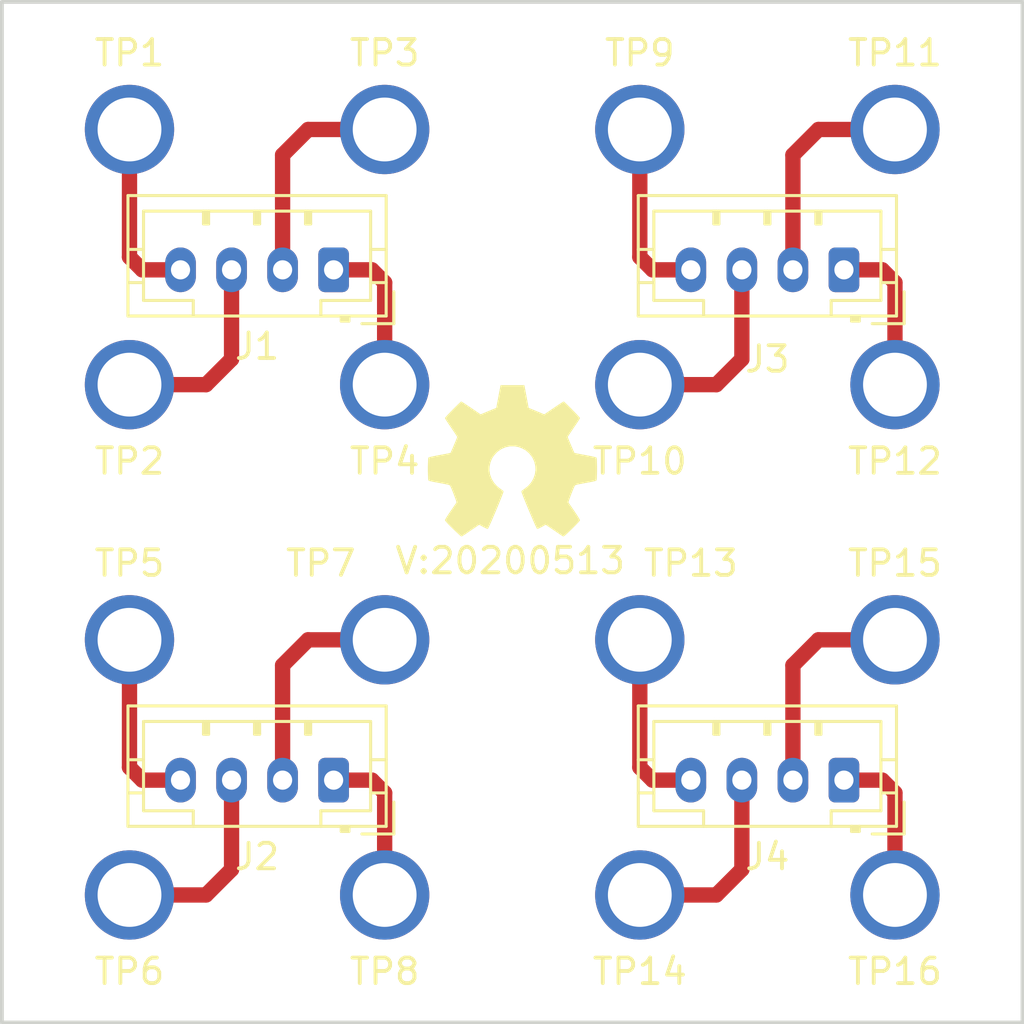
<source format=kicad_pcb>
(kicad_pcb (version 20171130) (host pcbnew 5.1.6-c6e7f7d~86~ubuntu19.10.1)

  (general
    (thickness 1.6)
    (drawings 4)
    (tracks 48)
    (zones 0)
    (modules 22)
    (nets 17)
  )

  (page A4)
  (layers
    (0 F.Cu signal)
    (31 B.Cu signal)
    (32 B.Adhes user)
    (33 F.Adhes user)
    (34 B.Paste user)
    (35 F.Paste user)
    (36 B.SilkS user)
    (37 F.SilkS user)
    (38 B.Mask user)
    (39 F.Mask user)
    (40 Dwgs.User user)
    (41 Cmts.User user)
    (42 Eco1.User user)
    (43 Eco2.User user)
    (44 Edge.Cuts user)
    (45 Margin user)
    (46 B.CrtYd user)
    (47 F.CrtYd user)
    (48 B.Fab user)
    (49 F.Fab user)
  )

  (setup
    (last_trace_width 0.6)
    (user_trace_width 0.1524)
    (user_trace_width 0.2)
    (user_trace_width 0.3)
    (user_trace_width 0.4)
    (user_trace_width 0.6)
    (user_trace_width 1)
    (user_trace_width 1.5)
    (user_trace_width 2)
    (trace_clearance 0.1524)
    (zone_clearance 0.508)
    (zone_45_only no)
    (trace_min 0.1524)
    (via_size 0.381)
    (via_drill 0.254)
    (via_min_size 0.381)
    (via_min_drill 0.254)
    (user_via 0.4 0.254)
    (user_via 0.6 0.4)
    (user_via 0.8 0.6)
    (user_via 1 0.8)
    (user_via 1.3 1)
    (user_via 1.5 1.2)
    (user_via 1.7 1.4)
    (user_via 1.9 1.6)
    (uvia_size 0.381)
    (uvia_drill 0.254)
    (uvias_allowed no)
    (uvia_min_size 0.381)
    (uvia_min_drill 0.254)
    (edge_width 0.15)
    (segment_width 0.2)
    (pcb_text_width 0.3)
    (pcb_text_size 1.5 1.5)
    (mod_edge_width 0.15)
    (mod_text_size 1 1)
    (mod_text_width 0.15)
    (pad_size 1.524 1.524)
    (pad_drill 0.762)
    (pad_to_mask_clearance 0.1)
    (solder_mask_min_width 0.1)
    (aux_axis_origin 0 0)
    (visible_elements FFFFFF7F)
    (pcbplotparams
      (layerselection 0x010fc_ffffffff)
      (usegerberextensions true)
      (usegerberattributes false)
      (usegerberadvancedattributes false)
      (creategerberjobfile false)
      (excludeedgelayer true)
      (linewidth 0.100000)
      (plotframeref false)
      (viasonmask false)
      (mode 1)
      (useauxorigin false)
      (hpglpennumber 1)
      (hpglpenspeed 20)
      (hpglpendiameter 15.000000)
      (psnegative false)
      (psa4output false)
      (plotreference true)
      (plotvalue true)
      (plotinvisibletext false)
      (padsonsilk false)
      (subtractmaskfromsilk false)
      (outputformat 1)
      (mirror false)
      (drillshape 0)
      (scaleselection 1)
      (outputdirectory "OSH_Park_2_layer_plots"))
  )

  (net 0 "")
  (net 1 /A1)
  (net 2 /B1)
  (net 3 /A2)
  (net 4 /B2)
  (net 5 /C1)
  (net 6 /D1)
  (net 7 /C2)
  (net 8 /D2)
  (net 9 /A3)
  (net 10 /B3)
  (net 11 /A4)
  (net 12 /B4)
  (net 13 /C3)
  (net 14 /D3)
  (net 15 /C4)
  (net 16 /D4)

  (net_class Default "This is the default net class."
    (clearance 0.1524)
    (trace_width 0.1524)
    (via_dia 0.381)
    (via_drill 0.254)
    (uvia_dia 0.381)
    (uvia_drill 0.254)
    (add_net /A1)
    (add_net /A2)
    (add_net /A3)
    (add_net /A4)
    (add_net /B1)
    (add_net /B2)
    (add_net /B3)
    (add_net /B4)
    (add_net /C1)
    (add_net /C2)
    (add_net /C3)
    (add_net /C4)
    (add_net /D1)
    (add_net /D2)
    (add_net /D3)
    (add_net /D4)
  )

  (module SquantorSpecial:hugepad_35X25hole (layer F.Cu) (tedit 5EBC587A) (tstamp 5EBCC55F)
    (at 170 120)
    (path /5EBD1CCE)
    (fp_text reference TP16 (at 0 3) (layer F.SilkS)
      (effects (font (size 1 1) (thickness 0.15)))
    )
    (fp_text value testpad (at 0 3) (layer F.Fab)
      (effects (font (size 1 1) (thickness 0.15)))
    )
    (pad 1 thru_hole circle (at 0 0) (size 3.5 3.5) (drill 2.5) (layers *.Cu *.Mask)
      (net 16 /D4))
  )

  (module SquantorSpecial:hugepad_35X25hole (layer F.Cu) (tedit 5EBC587A) (tstamp 5EBCC55A)
    (at 170 110)
    (path /5EBD1CC4)
    (fp_text reference TP15 (at 0 -3) (layer F.SilkS)
      (effects (font (size 1 1) (thickness 0.15)))
    )
    (fp_text value testpad (at 0 -3) (layer F.Fab)
      (effects (font (size 1 1) (thickness 0.15)))
    )
    (pad 1 thru_hole circle (at 0 0) (size 3.5 3.5) (drill 2.5) (layers *.Cu *.Mask)
      (net 15 /C4))
  )

  (module SquantorSpecial:hugepad_35X25hole (layer F.Cu) (tedit 5EBC587A) (tstamp 5EBCC555)
    (at 160 120)
    (path /5EBD1CBA)
    (fp_text reference TP14 (at 0 3) (layer F.SilkS)
      (effects (font (size 1 1) (thickness 0.15)))
    )
    (fp_text value testpad (at 0 3) (layer F.Fab)
      (effects (font (size 1 1) (thickness 0.15)))
    )
    (pad 1 thru_hole circle (at 0 0) (size 3.5 3.5) (drill 2.5) (layers *.Cu *.Mask)
      (net 14 /D3))
  )

  (module SquantorSpecial:hugepad_35X25hole (layer F.Cu) (tedit 5EBC587A) (tstamp 5EBCC550)
    (at 160 110)
    (path /5EBD1CB0)
    (fp_text reference TP13 (at 2 -3) (layer F.SilkS)
      (effects (font (size 1 1) (thickness 0.15)))
    )
    (fp_text value testpad (at 2 -3) (layer F.Fab)
      (effects (font (size 1 1) (thickness 0.15)))
    )
    (pad 1 thru_hole circle (at 0 0) (size 3.5 3.5) (drill 2.5) (layers *.Cu *.Mask)
      (net 13 /C3))
  )

  (module SquantorSpecial:hugepad_35X25hole (layer F.Cu) (tedit 5EBC587A) (tstamp 5EBCC54B)
    (at 170 100)
    (path /5EBD0A39)
    (fp_text reference TP12 (at 0 3) (layer F.SilkS)
      (effects (font (size 1 1) (thickness 0.15)))
    )
    (fp_text value testpad (at 0 3) (layer F.Fab)
      (effects (font (size 1 1) (thickness 0.15)))
    )
    (pad 1 thru_hole circle (at 0 0) (size 3.5 3.5) (drill 2.5) (layers *.Cu *.Mask)
      (net 12 /B4))
  )

  (module SquantorSpecial:hugepad_35X25hole (layer F.Cu) (tedit 5EBC587A) (tstamp 5EBCC546)
    (at 170 90)
    (path /5EBD0A33)
    (fp_text reference TP11 (at 0 -3) (layer F.SilkS)
      (effects (font (size 1 1) (thickness 0.15)))
    )
    (fp_text value testpad (at 0 -3) (layer F.Fab)
      (effects (font (size 1 1) (thickness 0.15)))
    )
    (pad 1 thru_hole circle (at 0 0) (size 3.5 3.5) (drill 2.5) (layers *.Cu *.Mask)
      (net 11 /A4))
  )

  (module SquantorSpecial:hugepad_35X25hole (layer F.Cu) (tedit 5EBC587A) (tstamp 5EBCC541)
    (at 160 100)
    (path /5EBD0A2D)
    (fp_text reference TP10 (at 0 3) (layer F.SilkS)
      (effects (font (size 1 1) (thickness 0.15)))
    )
    (fp_text value testpad (at 0 3) (layer F.Fab)
      (effects (font (size 1 1) (thickness 0.15)))
    )
    (pad 1 thru_hole circle (at 0 0) (size 3.5 3.5) (drill 2.5) (layers *.Cu *.Mask)
      (net 10 /B3))
  )

  (module SquantorSpecial:hugepad_35X25hole (layer F.Cu) (tedit 5EBC587A) (tstamp 5EBCC53C)
    (at 160 90)
    (path /5EBD0A27)
    (fp_text reference TP9 (at 0 -3) (layer F.SilkS)
      (effects (font (size 1 1) (thickness 0.15)))
    )
    (fp_text value testpad (at 0 -3) (layer F.Fab)
      (effects (font (size 1 1) (thickness 0.15)))
    )
    (pad 1 thru_hole circle (at 0 0) (size 3.5 3.5) (drill 2.5) (layers *.Cu *.Mask)
      (net 9 /A3))
  )

  (module SquantorSpecial:hugepad_35X25hole (layer F.Cu) (tedit 5EBC587A) (tstamp 5EBCC537)
    (at 150 120)
    (path /5EBD1C94)
    (fp_text reference TP8 (at 0 3) (layer F.SilkS)
      (effects (font (size 1 1) (thickness 0.15)))
    )
    (fp_text value testpad (at 0 3) (layer F.Fab)
      (effects (font (size 1 1) (thickness 0.15)))
    )
    (pad 1 thru_hole circle (at 0 0) (size 3.5 3.5) (drill 2.5) (layers *.Cu *.Mask)
      (net 8 /D2))
  )

  (module SquantorSpecial:hugepad_35X25hole (layer F.Cu) (tedit 5EBC587A) (tstamp 5EBCC532)
    (at 150 110)
    (path /5EBD1C8A)
    (fp_text reference TP7 (at -2.5 -3) (layer F.SilkS)
      (effects (font (size 1 1) (thickness 0.15)))
    )
    (fp_text value testpad (at -2.5 -3) (layer F.Fab)
      (effects (font (size 1 1) (thickness 0.15)))
    )
    (pad 1 thru_hole circle (at 0 0) (size 3.5 3.5) (drill 2.5) (layers *.Cu *.Mask)
      (net 7 /C2))
  )

  (module SquantorSpecial:hugepad_35X25hole (layer F.Cu) (tedit 5EBC587A) (tstamp 5EBCC52D)
    (at 140 120)
    (path /5EBD1C80)
    (fp_text reference TP6 (at 0 3) (layer F.SilkS)
      (effects (font (size 1 1) (thickness 0.15)))
    )
    (fp_text value testpad (at 0 3) (layer F.Fab)
      (effects (font (size 1 1) (thickness 0.15)))
    )
    (pad 1 thru_hole circle (at 0 0) (size 3.5 3.5) (drill 2.5) (layers *.Cu *.Mask)
      (net 6 /D1))
  )

  (module SquantorSpecial:hugepad_35X25hole (layer F.Cu) (tedit 5EBC587A) (tstamp 5EBCC528)
    (at 140 110)
    (path /5EBD1C76)
    (fp_text reference TP5 (at 0 -3) (layer F.SilkS)
      (effects (font (size 1 1) (thickness 0.15)))
    )
    (fp_text value testpad (at 0 -3) (layer F.Fab)
      (effects (font (size 1 1) (thickness 0.15)))
    )
    (pad 1 thru_hole circle (at 0 0) (size 3.5 3.5) (drill 2.5) (layers *.Cu *.Mask)
      (net 5 /C1))
  )

  (module Connector_JST:JST_PH_B4B-PH-K_1x04_P2.00mm_Vertical (layer F.Cu) (tedit 5B7745C2) (tstamp 5EBCC4F3)
    (at 168 115.5 180)
    (descr "JST PH series connector, B4B-PH-K (http://www.jst-mfg.com/product/pdf/eng/ePH.pdf), generated with kicad-footprint-generator")
    (tags "connector JST PH side entry")
    (path /5EBD1CA2)
    (fp_text reference J4 (at 3 -3) (layer F.SilkS)
      (effects (font (size 1 1) (thickness 0.15)))
    )
    (fp_text value Conn_01x04 (at 3 -3) (layer F.Fab)
      (effects (font (size 1 1) (thickness 0.15)))
    )
    (fp_text user %R (at 3 1.5) (layer F.Fab)
      (effects (font (size 1 1) (thickness 0.15)))
    )
    (fp_line (start -2.06 -1.81) (end -2.06 2.91) (layer F.SilkS) (width 0.12))
    (fp_line (start -2.06 2.91) (end 8.06 2.91) (layer F.SilkS) (width 0.12))
    (fp_line (start 8.06 2.91) (end 8.06 -1.81) (layer F.SilkS) (width 0.12))
    (fp_line (start 8.06 -1.81) (end -2.06 -1.81) (layer F.SilkS) (width 0.12))
    (fp_line (start -0.3 -1.81) (end -0.3 -2.01) (layer F.SilkS) (width 0.12))
    (fp_line (start -0.3 -2.01) (end -0.6 -2.01) (layer F.SilkS) (width 0.12))
    (fp_line (start -0.6 -2.01) (end -0.6 -1.81) (layer F.SilkS) (width 0.12))
    (fp_line (start -0.3 -1.91) (end -0.6 -1.91) (layer F.SilkS) (width 0.12))
    (fp_line (start 0.5 -1.81) (end 0.5 -1.2) (layer F.SilkS) (width 0.12))
    (fp_line (start 0.5 -1.2) (end -1.45 -1.2) (layer F.SilkS) (width 0.12))
    (fp_line (start -1.45 -1.2) (end -1.45 2.3) (layer F.SilkS) (width 0.12))
    (fp_line (start -1.45 2.3) (end 7.45 2.3) (layer F.SilkS) (width 0.12))
    (fp_line (start 7.45 2.3) (end 7.45 -1.2) (layer F.SilkS) (width 0.12))
    (fp_line (start 7.45 -1.2) (end 5.5 -1.2) (layer F.SilkS) (width 0.12))
    (fp_line (start 5.5 -1.2) (end 5.5 -1.81) (layer F.SilkS) (width 0.12))
    (fp_line (start -2.06 -0.5) (end -1.45 -0.5) (layer F.SilkS) (width 0.12))
    (fp_line (start -2.06 0.8) (end -1.45 0.8) (layer F.SilkS) (width 0.12))
    (fp_line (start 8.06 -0.5) (end 7.45 -0.5) (layer F.SilkS) (width 0.12))
    (fp_line (start 8.06 0.8) (end 7.45 0.8) (layer F.SilkS) (width 0.12))
    (fp_line (start 0.9 2.3) (end 0.9 1.8) (layer F.SilkS) (width 0.12))
    (fp_line (start 0.9 1.8) (end 1.1 1.8) (layer F.SilkS) (width 0.12))
    (fp_line (start 1.1 1.8) (end 1.1 2.3) (layer F.SilkS) (width 0.12))
    (fp_line (start 1 2.3) (end 1 1.8) (layer F.SilkS) (width 0.12))
    (fp_line (start 2.9 2.3) (end 2.9 1.8) (layer F.SilkS) (width 0.12))
    (fp_line (start 2.9 1.8) (end 3.1 1.8) (layer F.SilkS) (width 0.12))
    (fp_line (start 3.1 1.8) (end 3.1 2.3) (layer F.SilkS) (width 0.12))
    (fp_line (start 3 2.3) (end 3 1.8) (layer F.SilkS) (width 0.12))
    (fp_line (start 4.9 2.3) (end 4.9 1.8) (layer F.SilkS) (width 0.12))
    (fp_line (start 4.9 1.8) (end 5.1 1.8) (layer F.SilkS) (width 0.12))
    (fp_line (start 5.1 1.8) (end 5.1 2.3) (layer F.SilkS) (width 0.12))
    (fp_line (start 5 2.3) (end 5 1.8) (layer F.SilkS) (width 0.12))
    (fp_line (start -1.11 -2.11) (end -2.36 -2.11) (layer F.SilkS) (width 0.12))
    (fp_line (start -2.36 -2.11) (end -2.36 -0.86) (layer F.SilkS) (width 0.12))
    (fp_line (start -1.11 -2.11) (end -2.36 -2.11) (layer F.Fab) (width 0.1))
    (fp_line (start -2.36 -2.11) (end -2.36 -0.86) (layer F.Fab) (width 0.1))
    (fp_line (start -1.95 -1.7) (end -1.95 2.8) (layer F.Fab) (width 0.1))
    (fp_line (start -1.95 2.8) (end 7.95 2.8) (layer F.Fab) (width 0.1))
    (fp_line (start 7.95 2.8) (end 7.95 -1.7) (layer F.Fab) (width 0.1))
    (fp_line (start 7.95 -1.7) (end -1.95 -1.7) (layer F.Fab) (width 0.1))
    (fp_line (start -2.45 -2.2) (end -2.45 3.3) (layer F.CrtYd) (width 0.05))
    (fp_line (start -2.45 3.3) (end 8.45 3.3) (layer F.CrtYd) (width 0.05))
    (fp_line (start 8.45 3.3) (end 8.45 -2.2) (layer F.CrtYd) (width 0.05))
    (fp_line (start 8.45 -2.2) (end -2.45 -2.2) (layer F.CrtYd) (width 0.05))
    (pad 4 thru_hole oval (at 6 0 180) (size 1.2 1.75) (drill 0.75) (layers *.Cu *.Mask)
      (net 13 /C3))
    (pad 3 thru_hole oval (at 4 0 180) (size 1.2 1.75) (drill 0.75) (layers *.Cu *.Mask)
      (net 14 /D3))
    (pad 2 thru_hole oval (at 2 0 180) (size 1.2 1.75) (drill 0.75) (layers *.Cu *.Mask)
      (net 15 /C4))
    (pad 1 thru_hole roundrect (at 0 0 180) (size 1.2 1.75) (drill 0.75) (layers *.Cu *.Mask) (roundrect_rratio 0.208333)
      (net 16 /D4))
    (model ${KISYS3DMOD}/Connector_JST.3dshapes/JST_PH_B4B-PH-K_1x04_P2.00mm_Vertical.wrl
      (at (xyz 0 0 0))
      (scale (xyz 1 1 1))
      (rotate (xyz 0 0 0))
    )
  )

  (module Connector_JST:JST_PH_B4B-PH-K_1x04_P2.00mm_Vertical (layer F.Cu) (tedit 5B7745C2) (tstamp 5EBCC4BF)
    (at 168 95.5 180)
    (descr "JST PH series connector, B4B-PH-K (http://www.jst-mfg.com/product/pdf/eng/ePH.pdf), generated with kicad-footprint-generator")
    (tags "connector JST PH side entry")
    (path /5EBD0A1D)
    (fp_text reference J3 (at 3 -3.5) (layer F.SilkS)
      (effects (font (size 1 1) (thickness 0.15)))
    )
    (fp_text value Conn_01x04 (at 3 -3.5) (layer F.Fab)
      (effects (font (size 1 1) (thickness 0.15)))
    )
    (fp_text user %R (at 3 1.5) (layer F.Fab)
      (effects (font (size 1 1) (thickness 0.15)))
    )
    (fp_line (start -2.06 -1.81) (end -2.06 2.91) (layer F.SilkS) (width 0.12))
    (fp_line (start -2.06 2.91) (end 8.06 2.91) (layer F.SilkS) (width 0.12))
    (fp_line (start 8.06 2.91) (end 8.06 -1.81) (layer F.SilkS) (width 0.12))
    (fp_line (start 8.06 -1.81) (end -2.06 -1.81) (layer F.SilkS) (width 0.12))
    (fp_line (start -0.3 -1.81) (end -0.3 -2.01) (layer F.SilkS) (width 0.12))
    (fp_line (start -0.3 -2.01) (end -0.6 -2.01) (layer F.SilkS) (width 0.12))
    (fp_line (start -0.6 -2.01) (end -0.6 -1.81) (layer F.SilkS) (width 0.12))
    (fp_line (start -0.3 -1.91) (end -0.6 -1.91) (layer F.SilkS) (width 0.12))
    (fp_line (start 0.5 -1.81) (end 0.5 -1.2) (layer F.SilkS) (width 0.12))
    (fp_line (start 0.5 -1.2) (end -1.45 -1.2) (layer F.SilkS) (width 0.12))
    (fp_line (start -1.45 -1.2) (end -1.45 2.3) (layer F.SilkS) (width 0.12))
    (fp_line (start -1.45 2.3) (end 7.45 2.3) (layer F.SilkS) (width 0.12))
    (fp_line (start 7.45 2.3) (end 7.45 -1.2) (layer F.SilkS) (width 0.12))
    (fp_line (start 7.45 -1.2) (end 5.5 -1.2) (layer F.SilkS) (width 0.12))
    (fp_line (start 5.5 -1.2) (end 5.5 -1.81) (layer F.SilkS) (width 0.12))
    (fp_line (start -2.06 -0.5) (end -1.45 -0.5) (layer F.SilkS) (width 0.12))
    (fp_line (start -2.06 0.8) (end -1.45 0.8) (layer F.SilkS) (width 0.12))
    (fp_line (start 8.06 -0.5) (end 7.45 -0.5) (layer F.SilkS) (width 0.12))
    (fp_line (start 8.06 0.8) (end 7.45 0.8) (layer F.SilkS) (width 0.12))
    (fp_line (start 0.9 2.3) (end 0.9 1.8) (layer F.SilkS) (width 0.12))
    (fp_line (start 0.9 1.8) (end 1.1 1.8) (layer F.SilkS) (width 0.12))
    (fp_line (start 1.1 1.8) (end 1.1 2.3) (layer F.SilkS) (width 0.12))
    (fp_line (start 1 2.3) (end 1 1.8) (layer F.SilkS) (width 0.12))
    (fp_line (start 2.9 2.3) (end 2.9 1.8) (layer F.SilkS) (width 0.12))
    (fp_line (start 2.9 1.8) (end 3.1 1.8) (layer F.SilkS) (width 0.12))
    (fp_line (start 3.1 1.8) (end 3.1 2.3) (layer F.SilkS) (width 0.12))
    (fp_line (start 3 2.3) (end 3 1.8) (layer F.SilkS) (width 0.12))
    (fp_line (start 4.9 2.3) (end 4.9 1.8) (layer F.SilkS) (width 0.12))
    (fp_line (start 4.9 1.8) (end 5.1 1.8) (layer F.SilkS) (width 0.12))
    (fp_line (start 5.1 1.8) (end 5.1 2.3) (layer F.SilkS) (width 0.12))
    (fp_line (start 5 2.3) (end 5 1.8) (layer F.SilkS) (width 0.12))
    (fp_line (start -1.11 -2.11) (end -2.36 -2.11) (layer F.SilkS) (width 0.12))
    (fp_line (start -2.36 -2.11) (end -2.36 -0.86) (layer F.SilkS) (width 0.12))
    (fp_line (start -1.11 -2.11) (end -2.36 -2.11) (layer F.Fab) (width 0.1))
    (fp_line (start -2.36 -2.11) (end -2.36 -0.86) (layer F.Fab) (width 0.1))
    (fp_line (start -1.95 -1.7) (end -1.95 2.8) (layer F.Fab) (width 0.1))
    (fp_line (start -1.95 2.8) (end 7.95 2.8) (layer F.Fab) (width 0.1))
    (fp_line (start 7.95 2.8) (end 7.95 -1.7) (layer F.Fab) (width 0.1))
    (fp_line (start 7.95 -1.7) (end -1.95 -1.7) (layer F.Fab) (width 0.1))
    (fp_line (start -2.45 -2.2) (end -2.45 3.3) (layer F.CrtYd) (width 0.05))
    (fp_line (start -2.45 3.3) (end 8.45 3.3) (layer F.CrtYd) (width 0.05))
    (fp_line (start 8.45 3.3) (end 8.45 -2.2) (layer F.CrtYd) (width 0.05))
    (fp_line (start 8.45 -2.2) (end -2.45 -2.2) (layer F.CrtYd) (width 0.05))
    (pad 4 thru_hole oval (at 6 0 180) (size 1.2 1.75) (drill 0.75) (layers *.Cu *.Mask)
      (net 9 /A3))
    (pad 3 thru_hole oval (at 4 0 180) (size 1.2 1.75) (drill 0.75) (layers *.Cu *.Mask)
      (net 10 /B3))
    (pad 2 thru_hole oval (at 2 0 180) (size 1.2 1.75) (drill 0.75) (layers *.Cu *.Mask)
      (net 11 /A4))
    (pad 1 thru_hole roundrect (at 0 0 180) (size 1.2 1.75) (drill 0.75) (layers *.Cu *.Mask) (roundrect_rratio 0.208333)
      (net 12 /B4))
    (model ${KISYS3DMOD}/Connector_JST.3dshapes/JST_PH_B4B-PH-K_1x04_P2.00mm_Vertical.wrl
      (at (xyz 0 0 0))
      (scale (xyz 1 1 1))
      (rotate (xyz 0 0 0))
    )
  )

  (module Connector_JST:JST_PH_B4B-PH-K_1x04_P2.00mm_Vertical (layer F.Cu) (tedit 5B7745C2) (tstamp 5EBCC48B)
    (at 148 115.5 180)
    (descr "JST PH series connector, B4B-PH-K (http://www.jst-mfg.com/product/pdf/eng/ePH.pdf), generated with kicad-footprint-generator")
    (tags "connector JST PH side entry")
    (path /5EBD1C68)
    (fp_text reference J2 (at 3 -3) (layer F.SilkS)
      (effects (font (size 1 1) (thickness 0.15)))
    )
    (fp_text value Conn_01x04 (at 3 -3) (layer F.Fab)
      (effects (font (size 1 1) (thickness 0.15)))
    )
    (fp_text user %R (at 3 1.5) (layer F.Fab)
      (effects (font (size 1 1) (thickness 0.15)))
    )
    (fp_line (start -2.06 -1.81) (end -2.06 2.91) (layer F.SilkS) (width 0.12))
    (fp_line (start -2.06 2.91) (end 8.06 2.91) (layer F.SilkS) (width 0.12))
    (fp_line (start 8.06 2.91) (end 8.06 -1.81) (layer F.SilkS) (width 0.12))
    (fp_line (start 8.06 -1.81) (end -2.06 -1.81) (layer F.SilkS) (width 0.12))
    (fp_line (start -0.3 -1.81) (end -0.3 -2.01) (layer F.SilkS) (width 0.12))
    (fp_line (start -0.3 -2.01) (end -0.6 -2.01) (layer F.SilkS) (width 0.12))
    (fp_line (start -0.6 -2.01) (end -0.6 -1.81) (layer F.SilkS) (width 0.12))
    (fp_line (start -0.3 -1.91) (end -0.6 -1.91) (layer F.SilkS) (width 0.12))
    (fp_line (start 0.5 -1.81) (end 0.5 -1.2) (layer F.SilkS) (width 0.12))
    (fp_line (start 0.5 -1.2) (end -1.45 -1.2) (layer F.SilkS) (width 0.12))
    (fp_line (start -1.45 -1.2) (end -1.45 2.3) (layer F.SilkS) (width 0.12))
    (fp_line (start -1.45 2.3) (end 7.45 2.3) (layer F.SilkS) (width 0.12))
    (fp_line (start 7.45 2.3) (end 7.45 -1.2) (layer F.SilkS) (width 0.12))
    (fp_line (start 7.45 -1.2) (end 5.5 -1.2) (layer F.SilkS) (width 0.12))
    (fp_line (start 5.5 -1.2) (end 5.5 -1.81) (layer F.SilkS) (width 0.12))
    (fp_line (start -2.06 -0.5) (end -1.45 -0.5) (layer F.SilkS) (width 0.12))
    (fp_line (start -2.06 0.8) (end -1.45 0.8) (layer F.SilkS) (width 0.12))
    (fp_line (start 8.06 -0.5) (end 7.45 -0.5) (layer F.SilkS) (width 0.12))
    (fp_line (start 8.06 0.8) (end 7.45 0.8) (layer F.SilkS) (width 0.12))
    (fp_line (start 0.9 2.3) (end 0.9 1.8) (layer F.SilkS) (width 0.12))
    (fp_line (start 0.9 1.8) (end 1.1 1.8) (layer F.SilkS) (width 0.12))
    (fp_line (start 1.1 1.8) (end 1.1 2.3) (layer F.SilkS) (width 0.12))
    (fp_line (start 1 2.3) (end 1 1.8) (layer F.SilkS) (width 0.12))
    (fp_line (start 2.9 2.3) (end 2.9 1.8) (layer F.SilkS) (width 0.12))
    (fp_line (start 2.9 1.8) (end 3.1 1.8) (layer F.SilkS) (width 0.12))
    (fp_line (start 3.1 1.8) (end 3.1 2.3) (layer F.SilkS) (width 0.12))
    (fp_line (start 3 2.3) (end 3 1.8) (layer F.SilkS) (width 0.12))
    (fp_line (start 4.9 2.3) (end 4.9 1.8) (layer F.SilkS) (width 0.12))
    (fp_line (start 4.9 1.8) (end 5.1 1.8) (layer F.SilkS) (width 0.12))
    (fp_line (start 5.1 1.8) (end 5.1 2.3) (layer F.SilkS) (width 0.12))
    (fp_line (start 5 2.3) (end 5 1.8) (layer F.SilkS) (width 0.12))
    (fp_line (start -1.11 -2.11) (end -2.36 -2.11) (layer F.SilkS) (width 0.12))
    (fp_line (start -2.36 -2.11) (end -2.36 -0.86) (layer F.SilkS) (width 0.12))
    (fp_line (start -1.11 -2.11) (end -2.36 -2.11) (layer F.Fab) (width 0.1))
    (fp_line (start -2.36 -2.11) (end -2.36 -0.86) (layer F.Fab) (width 0.1))
    (fp_line (start -1.95 -1.7) (end -1.95 2.8) (layer F.Fab) (width 0.1))
    (fp_line (start -1.95 2.8) (end 7.95 2.8) (layer F.Fab) (width 0.1))
    (fp_line (start 7.95 2.8) (end 7.95 -1.7) (layer F.Fab) (width 0.1))
    (fp_line (start 7.95 -1.7) (end -1.95 -1.7) (layer F.Fab) (width 0.1))
    (fp_line (start -2.45 -2.2) (end -2.45 3.3) (layer F.CrtYd) (width 0.05))
    (fp_line (start -2.45 3.3) (end 8.45 3.3) (layer F.CrtYd) (width 0.05))
    (fp_line (start 8.45 3.3) (end 8.45 -2.2) (layer F.CrtYd) (width 0.05))
    (fp_line (start 8.45 -2.2) (end -2.45 -2.2) (layer F.CrtYd) (width 0.05))
    (pad 4 thru_hole oval (at 6 0 180) (size 1.2 1.75) (drill 0.75) (layers *.Cu *.Mask)
      (net 5 /C1))
    (pad 3 thru_hole oval (at 4 0 180) (size 1.2 1.75) (drill 0.75) (layers *.Cu *.Mask)
      (net 6 /D1))
    (pad 2 thru_hole oval (at 2 0 180) (size 1.2 1.75) (drill 0.75) (layers *.Cu *.Mask)
      (net 7 /C2))
    (pad 1 thru_hole roundrect (at 0 0 180) (size 1.2 1.75) (drill 0.75) (layers *.Cu *.Mask) (roundrect_rratio 0.208333)
      (net 8 /D2))
    (model ${KISYS3DMOD}/Connector_JST.3dshapes/JST_PH_B4B-PH-K_1x04_P2.00mm_Vertical.wrl
      (at (xyz 0 0 0))
      (scale (xyz 1 1 1))
      (rotate (xyz 0 0 0))
    )
  )

  (module SquantorSpecial:hugepad_35X25hole (layer F.Cu) (tedit 5EBC587A) (tstamp 5EBCB8F7)
    (at 150 100)
    (path /5EBC7C75)
    (fp_text reference TP4 (at 0 3) (layer F.SilkS)
      (effects (font (size 1 1) (thickness 0.15)))
    )
    (fp_text value testpad (at 0 3) (layer F.Fab)
      (effects (font (size 1 1) (thickness 0.15)))
    )
    (pad 1 thru_hole circle (at 0 0) (size 3.5 3.5) (drill 2.5) (layers *.Cu *.Mask)
      (net 4 /B2))
  )

  (module SquantorSpecial:hugepad_35X25hole (layer F.Cu) (tedit 5EBC587A) (tstamp 5EBCB8F2)
    (at 150 90)
    (path /5EBC7980)
    (fp_text reference TP3 (at 0 -3) (layer F.SilkS)
      (effects (font (size 1 1) (thickness 0.15)))
    )
    (fp_text value testpad (at 0 -3) (layer F.Fab)
      (effects (font (size 1 1) (thickness 0.15)))
    )
    (pad 1 thru_hole circle (at 0 0) (size 3.5 3.5) (drill 2.5) (layers *.Cu *.Mask)
      (net 3 /A2))
  )

  (module SquantorSpecial:hugepad_35X25hole (layer F.Cu) (tedit 5EBC587A) (tstamp 5EBCB8ED)
    (at 140 100)
    (path /5EBC7652)
    (fp_text reference TP2 (at 0 3) (layer F.SilkS)
      (effects (font (size 1 1) (thickness 0.15)))
    )
    (fp_text value testpad (at 0 3) (layer F.Fab)
      (effects (font (size 1 1) (thickness 0.15)))
    )
    (pad 1 thru_hole circle (at 0 0) (size 3.5 3.5) (drill 2.5) (layers *.Cu *.Mask)
      (net 2 /B1))
  )

  (module SquantorSpecial:hugepad_35X25hole (layer F.Cu) (tedit 5EBC587A) (tstamp 5EBCB8E8)
    (at 140 90)
    (path /5EBC6882)
    (fp_text reference TP1 (at 0 -3) (layer F.SilkS)
      (effects (font (size 1 1) (thickness 0.15)))
    )
    (fp_text value testpad (at 0 -3) (layer F.Fab)
      (effects (font (size 1 1) (thickness 0.15)))
    )
    (pad 1 thru_hole circle (at 0 0) (size 3.5 3.5) (drill 2.5) (layers *.Cu *.Mask)
      (net 1 /A1))
  )

  (module Symbol:OSHW-Symbol_6.7x6mm_SilkScreen (layer F.Cu) (tedit 0) (tstamp 5A135134)
    (at 155 103)
    (descr "Open Source Hardware Symbol")
    (tags "Logo Symbol OSHW")
    (path /5A135869)
    (attr virtual)
    (fp_text reference N1 (at 0 0) (layer F.SilkS) hide
      (effects (font (size 1 1) (thickness 0.15)))
    )
    (fp_text value OHWLOGO (at 0.75 0) (layer F.Fab) hide
      (effects (font (size 1 1) (thickness 0.15)))
    )
    (fp_poly (pts (xy 0.555814 -2.531069) (xy 0.639635 -2.086445) (xy 0.94892 -1.958947) (xy 1.258206 -1.831449)
      (xy 1.629246 -2.083754) (xy 1.733157 -2.154004) (xy 1.827087 -2.216728) (xy 1.906652 -2.269062)
      (xy 1.96747 -2.308143) (xy 2.005157 -2.331107) (xy 2.015421 -2.336058) (xy 2.03391 -2.323324)
      (xy 2.07342 -2.288118) (xy 2.129522 -2.234938) (xy 2.197787 -2.168282) (xy 2.273786 -2.092646)
      (xy 2.353092 -2.012528) (xy 2.431275 -1.932426) (xy 2.503907 -1.856836) (xy 2.566559 -1.790255)
      (xy 2.614803 -1.737182) (xy 2.64421 -1.702113) (xy 2.651241 -1.690377) (xy 2.641123 -1.66874)
      (xy 2.612759 -1.621338) (xy 2.569129 -1.552807) (xy 2.513218 -1.467785) (xy 2.448006 -1.370907)
      (xy 2.410219 -1.31565) (xy 2.341343 -1.214752) (xy 2.28014 -1.123701) (xy 2.229578 -1.04703)
      (xy 2.192628 -0.989272) (xy 2.172258 -0.954957) (xy 2.169197 -0.947746) (xy 2.176136 -0.927252)
      (xy 2.195051 -0.879487) (xy 2.223087 -0.811168) (xy 2.257391 -0.729011) (xy 2.295109 -0.63973)
      (xy 2.333387 -0.550042) (xy 2.36937 -0.466662) (xy 2.400206 -0.396306) (xy 2.423039 -0.34569)
      (xy 2.435017 -0.321529) (xy 2.435724 -0.320578) (xy 2.454531 -0.315964) (xy 2.504618 -0.305672)
      (xy 2.580793 -0.290713) (xy 2.677865 -0.272099) (xy 2.790643 -0.250841) (xy 2.856442 -0.238582)
      (xy 2.97695 -0.215638) (xy 3.085797 -0.193805) (xy 3.177476 -0.174278) (xy 3.246481 -0.158252)
      (xy 3.287304 -0.146921) (xy 3.295511 -0.143326) (xy 3.303548 -0.118994) (xy 3.310033 -0.064041)
      (xy 3.31497 0.015108) (xy 3.318364 0.112026) (xy 3.320218 0.220287) (xy 3.320538 0.333465)
      (xy 3.319327 0.445135) (xy 3.31659 0.548868) (xy 3.312331 0.638241) (xy 3.306555 0.706826)
      (xy 3.299267 0.748197) (xy 3.294895 0.75681) (xy 3.268764 0.767133) (xy 3.213393 0.781892)
      (xy 3.136107 0.799352) (xy 3.04423 0.81778) (xy 3.012158 0.823741) (xy 2.857524 0.852066)
      (xy 2.735375 0.874876) (xy 2.641673 0.89308) (xy 2.572384 0.907583) (xy 2.523471 0.919292)
      (xy 2.490897 0.929115) (xy 2.470628 0.937956) (xy 2.458626 0.946724) (xy 2.456947 0.948457)
      (xy 2.440184 0.976371) (xy 2.414614 1.030695) (xy 2.382788 1.104777) (xy 2.34726 1.191965)
      (xy 2.310583 1.285608) (xy 2.275311 1.379052) (xy 2.243996 1.465647) (xy 2.219193 1.53874)
      (xy 2.203454 1.591678) (xy 2.199332 1.617811) (xy 2.199676 1.618726) (xy 2.213641 1.640086)
      (xy 2.245322 1.687084) (xy 2.291391 1.754827) (xy 2.348518 1.838423) (xy 2.413373 1.932982)
      (xy 2.431843 1.959854) (xy 2.497699 2.057275) (xy 2.55565 2.146163) (xy 2.602538 2.221412)
      (xy 2.635207 2.27792) (xy 2.6505 2.310581) (xy 2.651241 2.314593) (xy 2.638392 2.335684)
      (xy 2.602888 2.377464) (xy 2.549293 2.435445) (xy 2.482171 2.505135) (xy 2.406087 2.582045)
      (xy 2.325604 2.661683) (xy 2.245287 2.739561) (xy 2.169699 2.811186) (xy 2.103405 2.87207)
      (xy 2.050969 2.917721) (xy 2.016955 2.94365) (xy 2.007545 2.947883) (xy 1.985643 2.937912)
      (xy 1.9408 2.91102) (xy 1.880321 2.871736) (xy 1.833789 2.840117) (xy 1.749475 2.782098)
      (xy 1.649626 2.713784) (xy 1.549473 2.645579) (xy 1.495627 2.609075) (xy 1.313371 2.4858)
      (xy 1.160381 2.56852) (xy 1.090682 2.604759) (xy 1.031414 2.632926) (xy 0.991311 2.648991)
      (xy 0.981103 2.651226) (xy 0.968829 2.634722) (xy 0.944613 2.588082) (xy 0.910263 2.515609)
      (xy 0.867588 2.421606) (xy 0.818394 2.310374) (xy 0.76449 2.186215) (xy 0.707684 2.053432)
      (xy 0.649782 1.916327) (xy 0.592593 1.779202) (xy 0.537924 1.646358) (xy 0.487584 1.522098)
      (xy 0.44338 1.410725) (xy 0.407119 1.316539) (xy 0.380609 1.243844) (xy 0.365658 1.196941)
      (xy 0.363254 1.180833) (xy 0.382311 1.160286) (xy 0.424036 1.126933) (xy 0.479706 1.087702)
      (xy 0.484378 1.084599) (xy 0.628264 0.969423) (xy 0.744283 0.835053) (xy 0.83143 0.685784)
      (xy 0.888699 0.525913) (xy 0.915086 0.359737) (xy 0.909585 0.191552) (xy 0.87119 0.025655)
      (xy 0.798895 -0.133658) (xy 0.777626 -0.168513) (xy 0.666996 -0.309263) (xy 0.536302 -0.422286)
      (xy 0.390064 -0.506997) (xy 0.232808 -0.562806) (xy 0.069057 -0.589126) (xy -0.096667 -0.58537)
      (xy -0.259838 -0.55095) (xy -0.415935 -0.485277) (xy -0.560433 -0.387765) (xy -0.605131 -0.348187)
      (xy -0.718888 -0.224297) (xy -0.801782 -0.093876) (xy -0.858644 0.052315) (xy -0.890313 0.197088)
      (xy -0.898131 0.35986) (xy -0.872062 0.52344) (xy -0.814755 0.682298) (xy -0.728856 0.830906)
      (xy -0.617014 0.963735) (xy -0.481877 1.075256) (xy -0.464117 1.087011) (xy -0.40785 1.125508)
      (xy -0.365077 1.158863) (xy -0.344628 1.18016) (xy -0.344331 1.180833) (xy -0.348721 1.203871)
      (xy -0.366124 1.256157) (xy -0.394732 1.33339) (xy -0.432735 1.431268) (xy -0.478326 1.545491)
      (xy -0.529697 1.671758) (xy -0.585038 1.805767) (xy -0.642542 1.943218) (xy -0.700399 2.079808)
      (xy -0.756802 2.211237) (xy -0.809942 2.333205) (xy -0.85801 2.441409) (xy -0.899199 2.531549)
      (xy -0.931699 2.599323) (xy -0.953703 2.64043) (xy -0.962564 2.651226) (xy -0.98964 2.642819)
      (xy -1.040303 2.620272) (xy -1.105817 2.587613) (xy -1.141841 2.56852) (xy -1.294832 2.4858)
      (xy -1.477088 2.609075) (xy -1.570125 2.672228) (xy -1.671985 2.741727) (xy -1.767438 2.807165)
      (xy -1.81525 2.840117) (xy -1.882495 2.885273) (xy -1.939436 2.921057) (xy -1.978646 2.942938)
      (xy -1.991381 2.947563) (xy -2.009917 2.935085) (xy -2.050941 2.900252) (xy -2.110475 2.846678)
      (xy -2.184542 2.777983) (xy -2.269165 2.697781) (xy -2.322685 2.646286) (xy -2.416319 2.554286)
      (xy -2.497241 2.471999) (xy -2.562177 2.402945) (xy -2.607858 2.350644) (xy -2.631011 2.318616)
      (xy -2.633232 2.312116) (xy -2.622924 2.287394) (xy -2.594439 2.237405) (xy -2.550937 2.167212)
      (xy -2.495577 2.081875) (xy -2.43152 1.986456) (xy -2.413303 1.959854) (xy -2.346927 1.863167)
      (xy -2.287378 1.776117) (xy -2.237984 1.703595) (xy -2.202075 1.650493) (xy -2.182981 1.621703)
      (xy -2.181136 1.618726) (xy -2.183895 1.595782) (xy -2.198538 1.545336) (xy -2.222513 1.474041)
      (xy -2.253266 1.388547) (xy -2.288244 1.295507) (xy -2.324893 1.201574) (xy -2.360661 1.113399)
      (xy -2.392994 1.037634) (xy -2.419338 0.980931) (xy -2.437142 0.949943) (xy -2.438407 0.948457)
      (xy -2.449294 0.939601) (xy -2.467682 0.930843) (xy -2.497606 0.921277) (xy -2.543103 0.909996)
      (xy -2.608209 0.896093) (xy -2.696961 0.878663) (xy -2.813393 0.856798) (xy -2.961542 0.829591)
      (xy -2.993618 0.823741) (xy -3.088686 0.805374) (xy -3.171565 0.787405) (xy -3.23493 0.771569)
      (xy -3.271458 0.7596) (xy -3.276356 0.75681) (xy -3.284427 0.732072) (xy -3.290987 0.67679)
      (xy -3.296033 0.597389) (xy -3.299559 0.500296) (xy -3.301561 0.391938) (xy -3.302036 0.27874)
      (xy -3.300977 0.167128) (xy -3.298382 0.063529) (xy -3.294246 -0.025632) (xy -3.288563 -0.093928)
      (xy -3.281331 -0.134934) (xy -3.276971 -0.143326) (xy -3.252698 -0.151792) (xy -3.197426 -0.165565)
      (xy -3.116662 -0.18345) (xy -3.015912 -0.204252) (xy -2.900683 -0.226777) (xy -2.837902 -0.238582)
      (xy -2.718787 -0.260849) (xy -2.612565 -0.281021) (xy -2.524427 -0.298085) (xy -2.459566 -0.311031)
      (xy -2.423174 -0.318845) (xy -2.417184 -0.320578) (xy -2.407061 -0.34011) (xy -2.385662 -0.387157)
      (xy -2.355839 -0.454997) (xy -2.320445 -0.536909) (xy -2.282332 -0.626172) (xy -2.244353 -0.716065)
      (xy -2.20936 -0.799865) (xy -2.180206 -0.870853) (xy -2.159743 -0.922306) (xy -2.150823 -0.947503)
      (xy -2.150657 -0.948604) (xy -2.160769 -0.968481) (xy -2.189117 -1.014223) (xy -2.232723 -1.081283)
      (xy -2.288606 -1.165116) (xy -2.353787 -1.261174) (xy -2.391679 -1.31635) (xy -2.460725 -1.417519)
      (xy -2.52205 -1.50937) (xy -2.572663 -1.587256) (xy -2.609571 -1.646531) (xy -2.629782 -1.682549)
      (xy -2.632701 -1.690623) (xy -2.620153 -1.709416) (xy -2.585463 -1.749543) (xy -2.533063 -1.806507)
      (xy -2.467384 -1.875815) (xy -2.392856 -1.952969) (xy -2.313913 -2.033475) (xy -2.234983 -2.112837)
      (xy -2.1605 -2.18656) (xy -2.094894 -2.250148) (xy -2.042596 -2.299106) (xy -2.008039 -2.328939)
      (xy -1.996478 -2.336058) (xy -1.977654 -2.326047) (xy -1.932631 -2.297922) (xy -1.865787 -2.254546)
      (xy -1.781499 -2.198782) (xy -1.684144 -2.133494) (xy -1.610707 -2.083754) (xy -1.239667 -1.831449)
      (xy -0.621095 -2.086445) (xy -0.537275 -2.531069) (xy -0.453454 -2.975693) (xy 0.471994 -2.975693)
      (xy 0.555814 -2.531069)) (layer F.SilkS) (width 0.01))
  )

  (module Connector_JST:JST_PH_B4B-PH-K_1x04_P2.00mm_Vertical (layer F.Cu) (tedit 5B7745C2) (tstamp 5EBCC11E)
    (at 148 95.5 180)
    (descr "JST PH series connector, B4B-PH-K (http://www.jst-mfg.com/product/pdf/eng/ePH.pdf), generated with kicad-footprint-generator")
    (tags "connector JST PH side entry")
    (path /5EBC57B6)
    (fp_text reference J1 (at 3 -3) (layer F.SilkS)
      (effects (font (size 1 1) (thickness 0.15)))
    )
    (fp_text value Conn_01x04 (at 3 -3) (layer F.Fab)
      (effects (font (size 1 1) (thickness 0.15)))
    )
    (fp_text user %R (at 3 1.5) (layer F.Fab)
      (effects (font (size 1 1) (thickness 0.15)))
    )
    (fp_line (start -2.06 -1.81) (end -2.06 2.91) (layer F.SilkS) (width 0.12))
    (fp_line (start -2.06 2.91) (end 8.06 2.91) (layer F.SilkS) (width 0.12))
    (fp_line (start 8.06 2.91) (end 8.06 -1.81) (layer F.SilkS) (width 0.12))
    (fp_line (start 8.06 -1.81) (end -2.06 -1.81) (layer F.SilkS) (width 0.12))
    (fp_line (start -0.3 -1.81) (end -0.3 -2.01) (layer F.SilkS) (width 0.12))
    (fp_line (start -0.3 -2.01) (end -0.6 -2.01) (layer F.SilkS) (width 0.12))
    (fp_line (start -0.6 -2.01) (end -0.6 -1.81) (layer F.SilkS) (width 0.12))
    (fp_line (start -0.3 -1.91) (end -0.6 -1.91) (layer F.SilkS) (width 0.12))
    (fp_line (start 0.5 -1.81) (end 0.5 -1.2) (layer F.SilkS) (width 0.12))
    (fp_line (start 0.5 -1.2) (end -1.45 -1.2) (layer F.SilkS) (width 0.12))
    (fp_line (start -1.45 -1.2) (end -1.45 2.3) (layer F.SilkS) (width 0.12))
    (fp_line (start -1.45 2.3) (end 7.45 2.3) (layer F.SilkS) (width 0.12))
    (fp_line (start 7.45 2.3) (end 7.45 -1.2) (layer F.SilkS) (width 0.12))
    (fp_line (start 7.45 -1.2) (end 5.5 -1.2) (layer F.SilkS) (width 0.12))
    (fp_line (start 5.5 -1.2) (end 5.5 -1.81) (layer F.SilkS) (width 0.12))
    (fp_line (start -2.06 -0.5) (end -1.45 -0.5) (layer F.SilkS) (width 0.12))
    (fp_line (start -2.06 0.8) (end -1.45 0.8) (layer F.SilkS) (width 0.12))
    (fp_line (start 8.06 -0.5) (end 7.45 -0.5) (layer F.SilkS) (width 0.12))
    (fp_line (start 8.06 0.8) (end 7.45 0.8) (layer F.SilkS) (width 0.12))
    (fp_line (start 0.9 2.3) (end 0.9 1.8) (layer F.SilkS) (width 0.12))
    (fp_line (start 0.9 1.8) (end 1.1 1.8) (layer F.SilkS) (width 0.12))
    (fp_line (start 1.1 1.8) (end 1.1 2.3) (layer F.SilkS) (width 0.12))
    (fp_line (start 1 2.3) (end 1 1.8) (layer F.SilkS) (width 0.12))
    (fp_line (start 2.9 2.3) (end 2.9 1.8) (layer F.SilkS) (width 0.12))
    (fp_line (start 2.9 1.8) (end 3.1 1.8) (layer F.SilkS) (width 0.12))
    (fp_line (start 3.1 1.8) (end 3.1 2.3) (layer F.SilkS) (width 0.12))
    (fp_line (start 3 2.3) (end 3 1.8) (layer F.SilkS) (width 0.12))
    (fp_line (start 4.9 2.3) (end 4.9 1.8) (layer F.SilkS) (width 0.12))
    (fp_line (start 4.9 1.8) (end 5.1 1.8) (layer F.SilkS) (width 0.12))
    (fp_line (start 5.1 1.8) (end 5.1 2.3) (layer F.SilkS) (width 0.12))
    (fp_line (start 5 2.3) (end 5 1.8) (layer F.SilkS) (width 0.12))
    (fp_line (start -1.11 -2.11) (end -2.36 -2.11) (layer F.SilkS) (width 0.12))
    (fp_line (start -2.36 -2.11) (end -2.36 -0.86) (layer F.SilkS) (width 0.12))
    (fp_line (start -1.11 -2.11) (end -2.36 -2.11) (layer F.Fab) (width 0.1))
    (fp_line (start -2.36 -2.11) (end -2.36 -0.86) (layer F.Fab) (width 0.1))
    (fp_line (start -1.95 -1.7) (end -1.95 2.8) (layer F.Fab) (width 0.1))
    (fp_line (start -1.95 2.8) (end 7.95 2.8) (layer F.Fab) (width 0.1))
    (fp_line (start 7.95 2.8) (end 7.95 -1.7) (layer F.Fab) (width 0.1))
    (fp_line (start 7.95 -1.7) (end -1.95 -1.7) (layer F.Fab) (width 0.1))
    (fp_line (start -2.45 -2.2) (end -2.45 3.3) (layer F.CrtYd) (width 0.05))
    (fp_line (start -2.45 3.3) (end 8.45 3.3) (layer F.CrtYd) (width 0.05))
    (fp_line (start 8.45 3.3) (end 8.45 -2.2) (layer F.CrtYd) (width 0.05))
    (fp_line (start 8.45 -2.2) (end -2.45 -2.2) (layer F.CrtYd) (width 0.05))
    (pad 4 thru_hole oval (at 6 0 180) (size 1.2 1.75) (drill 0.75) (layers *.Cu *.Mask)
      (net 1 /A1))
    (pad 3 thru_hole oval (at 4 0 180) (size 1.2 1.75) (drill 0.75) (layers *.Cu *.Mask)
      (net 2 /B1))
    (pad 2 thru_hole oval (at 2 0 180) (size 1.2 1.75) (drill 0.75) (layers *.Cu *.Mask)
      (net 3 /A2))
    (pad 1 thru_hole roundrect (at 0 0 180) (size 1.2 1.75) (drill 0.75) (layers *.Cu *.Mask) (roundrect_rratio 0.208333)
      (net 4 /B2))
    (model ${KISYS3DMOD}/Connector_JST.3dshapes/JST_PH_B4B-PH-K_1x04_P2.00mm_Vertical.wrl
      (at (xyz 0 0 0))
      (scale (xyz 1 1 1))
      (rotate (xyz 0 0 0))
    )
  )

  (module SquantorLabels:Label_version (layer F.Cu) (tedit 5B5A1E49) (tstamp 5B96DD88)
    (at 156 107)
    (path /5A1357A5)
    (fp_text reference N2 (at 0 1.4) (layer F.Fab) hide
      (effects (font (size 1 1) (thickness 0.15)))
    )
    (fp_text value 20200513 (at -0.4 -0.1) (layer F.SilkS)
      (effects (font (size 1 1) (thickness 0.15)))
    )
    (fp_text user V: (at -4.9 -0.1) (layer F.SilkS)
      (effects (font (size 1 1) (thickness 0.15)))
    )
  )

  (gr_line (start 135 125) (end 135 85) (layer Edge.Cuts) (width 0.15) (tstamp 5EBCB850))
  (gr_line (start 175 125) (end 135 125) (layer Edge.Cuts) (width 0.15))
  (gr_line (start 175 85) (end 175 125) (layer Edge.Cuts) (width 0.15))
  (gr_line (start 135 85) (end 175 85) (layer Edge.Cuts) (width 0.15))

  (segment (start 140 90) (end 140 95) (width 0.6) (layer F.Cu) (net 1))
  (segment (start 140.5 95.5) (end 142 95.5) (width 0.6) (layer F.Cu) (net 1))
  (segment (start 140 95) (end 140.5 95.5) (width 0.6) (layer F.Cu) (net 1))
  (segment (start 140 100) (end 143 100) (width 0.6) (layer F.Cu) (net 2))
  (segment (start 144 99) (end 144 95.5) (width 0.6) (layer F.Cu) (net 2))
  (segment (start 143 100) (end 144 99) (width 0.6) (layer F.Cu) (net 2))
  (segment (start 146 95.5) (end 146 91) (width 0.6) (layer F.Cu) (net 3))
  (segment (start 147 90) (end 150 90) (width 0.6) (layer F.Cu) (net 3))
  (segment (start 146 91) (end 147 90) (width 0.6) (layer F.Cu) (net 3))
  (segment (start 150 100) (end 150 96) (width 0.6) (layer F.Cu) (net 4))
  (segment (start 149.5 95.5) (end 148 95.5) (width 0.6) (layer F.Cu) (net 4))
  (segment (start 150 96) (end 149.5 95.5) (width 0.6) (layer F.Cu) (net 4))
  (segment (start 140 110) (end 140 115) (width 0.6) (layer F.Cu) (net 5))
  (segment (start 140.5 115.5) (end 142 115.5) (width 0.6) (layer F.Cu) (net 5))
  (segment (start 140 115) (end 140.5 115.5) (width 0.6) (layer F.Cu) (net 5))
  (segment (start 140 120) (end 143 120) (width 0.6) (layer F.Cu) (net 6))
  (segment (start 144 119) (end 144 115.5) (width 0.6) (layer F.Cu) (net 6))
  (segment (start 143 120) (end 144 119) (width 0.6) (layer F.Cu) (net 6))
  (segment (start 146 115.5) (end 146 111) (width 0.6) (layer F.Cu) (net 7))
  (segment (start 147 110) (end 150 110) (width 0.6) (layer F.Cu) (net 7))
  (segment (start 146 111) (end 147 110) (width 0.6) (layer F.Cu) (net 7))
  (segment (start 150 120) (end 150 116) (width 0.6) (layer F.Cu) (net 8))
  (segment (start 149.5 115.5) (end 148 115.5) (width 0.6) (layer F.Cu) (net 8))
  (segment (start 150 116) (end 149.5 115.5) (width 0.6) (layer F.Cu) (net 8))
  (segment (start 160 90) (end 160 95) (width 0.6) (layer F.Cu) (net 9))
  (segment (start 160.5 95.5) (end 162 95.5) (width 0.6) (layer F.Cu) (net 9))
  (segment (start 160 95) (end 160.5 95.5) (width 0.6) (layer F.Cu) (net 9))
  (segment (start 160 100) (end 163 100) (width 0.6) (layer F.Cu) (net 10))
  (segment (start 164 99) (end 164 95.5) (width 0.6) (layer F.Cu) (net 10))
  (segment (start 163 100) (end 164 99) (width 0.6) (layer F.Cu) (net 10))
  (segment (start 166 95.5) (end 166 91) (width 0.6) (layer F.Cu) (net 11))
  (segment (start 167 90) (end 170 90) (width 0.6) (layer F.Cu) (net 11))
  (segment (start 166 91) (end 167 90) (width 0.6) (layer F.Cu) (net 11))
  (segment (start 170 100) (end 170 96) (width 0.6) (layer F.Cu) (net 12))
  (segment (start 169.5 95.5) (end 168 95.5) (width 0.6) (layer F.Cu) (net 12))
  (segment (start 170 96) (end 169.5 95.5) (width 0.6) (layer F.Cu) (net 12))
  (segment (start 160 110) (end 160 115) (width 0.6) (layer F.Cu) (net 13))
  (segment (start 160.5 115.5) (end 162 115.5) (width 0.6) (layer F.Cu) (net 13))
  (segment (start 160 115) (end 160.5 115.5) (width 0.6) (layer F.Cu) (net 13))
  (segment (start 160 120) (end 163 120) (width 0.6) (layer F.Cu) (net 14))
  (segment (start 164 119) (end 164 115.5) (width 0.6) (layer F.Cu) (net 14))
  (segment (start 163 120) (end 164 119) (width 0.6) (layer F.Cu) (net 14))
  (segment (start 166 115.5) (end 166 111) (width 0.6) (layer F.Cu) (net 15))
  (segment (start 167 110) (end 170 110) (width 0.6) (layer F.Cu) (net 15))
  (segment (start 166 111) (end 167 110) (width 0.6) (layer F.Cu) (net 15))
  (segment (start 170 120) (end 170 116) (width 0.6) (layer F.Cu) (net 16))
  (segment (start 169.5 115.5) (end 168 115.5) (width 0.6) (layer F.Cu) (net 16))
  (segment (start 170 116) (end 169.5 115.5) (width 0.6) (layer F.Cu) (net 16))

)

</source>
